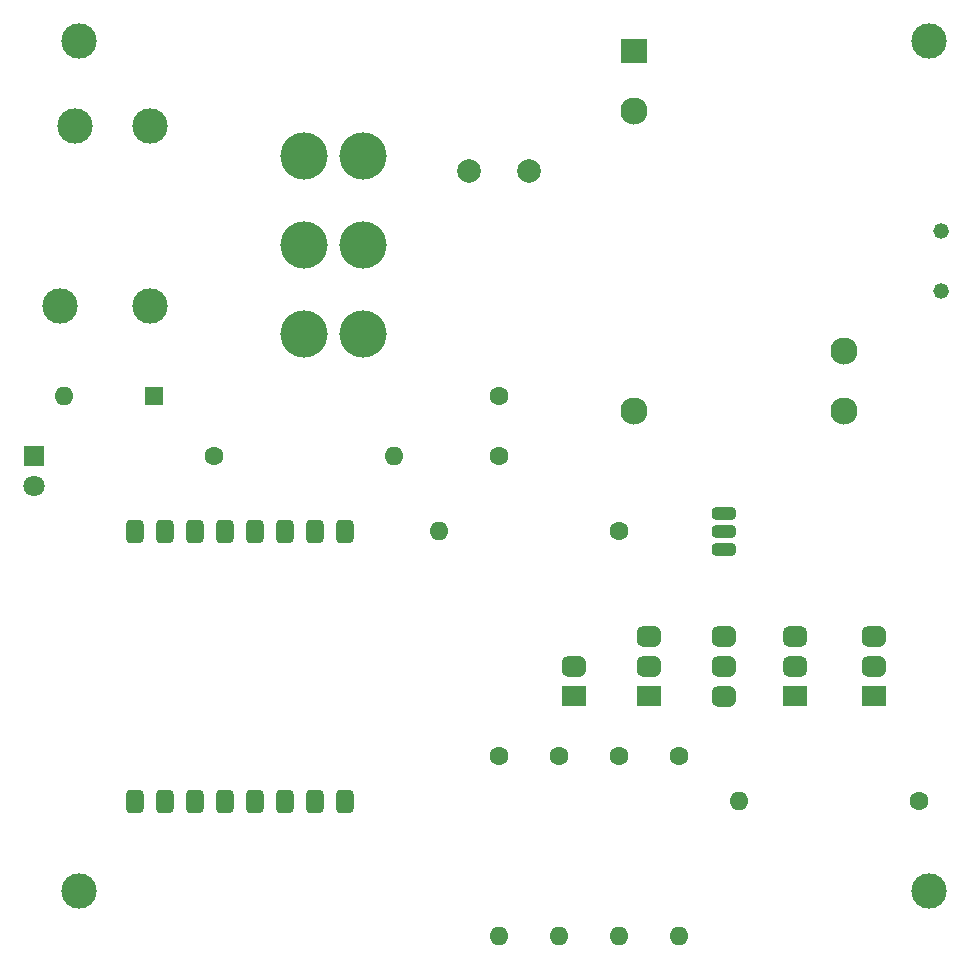
<source format=gbr>
%TF.GenerationSoftware,KiCad,Pcbnew,(5.1.10)-1*%
%TF.CreationDate,2021-10-13T21:22:00+02:00*%
%TF.ProjectId,HotTubControl,486f7454-7562-4436-9f6e-74726f6c2e6b,rev?*%
%TF.SameCoordinates,Original*%
%TF.FileFunction,Copper,L1,Top*%
%TF.FilePolarity,Positive*%
%FSLAX46Y46*%
G04 Gerber Fmt 4.6, Leading zero omitted, Abs format (unit mm)*
G04 Created by KiCad (PCBNEW (5.1.10)-1) date 2021-10-13 21:22:00*
%MOMM*%
%LPD*%
G01*
G04 APERTURE LIST*
%TA.AperFunction,ComponentPad*%
%ADD10O,1.600000X1.600000*%
%TD*%
%TA.AperFunction,ComponentPad*%
%ADD11C,1.600000*%
%TD*%
%TA.AperFunction,ComponentPad*%
%ADD12C,4.000000*%
%TD*%
%TA.AperFunction,ComponentPad*%
%ADD13C,3.000000*%
%TD*%
%TA.AperFunction,ComponentPad*%
%ADD14R,2.000000X1.700000*%
%TD*%
%TA.AperFunction,ComponentPad*%
%ADD15C,2.300000*%
%TD*%
%TA.AperFunction,ComponentPad*%
%ADD16R,2.300000X2.000000*%
%TD*%
%TA.AperFunction,ComponentPad*%
%ADD17C,2.000000*%
%TD*%
%TA.AperFunction,ComponentPad*%
%ADD18R,1.600000X1.600000*%
%TD*%
%TA.AperFunction,ComponentPad*%
%ADD19C,1.800000*%
%TD*%
%TA.AperFunction,ComponentPad*%
%ADD20R,1.800000X1.800000*%
%TD*%
%TA.AperFunction,ComponentPad*%
%ADD21C,1.320800*%
%TD*%
%TA.AperFunction,ViaPad*%
%ADD22C,3.000000*%
%TD*%
G04 APERTURE END LIST*
%TO.P,B1,JP2.8*%
%TO.N,+5V*%
%TA.AperFunction,ComponentPad*%
G36*
G01*
X69648000Y-129730000D02*
X70402000Y-129730000D01*
G75*
G02*
X70779000Y-130107000I0J-377000D01*
G01*
X70779000Y-131353000D01*
G75*
G02*
X70402000Y-131730000I-377000J0D01*
G01*
X69648000Y-131730000D01*
G75*
G02*
X69271000Y-131353000I0J377000D01*
G01*
X69271000Y-130107000D01*
G75*
G02*
X69648000Y-129730000I377000J0D01*
G01*
G37*
%TD.AperFunction*%
%TO.P,B1,JP1.8*%
%TO.N,+3V3*%
%TA.AperFunction,ComponentPad*%
G36*
G01*
X69648000Y-106870000D02*
X70402000Y-106870000D01*
G75*
G02*
X70779000Y-107247000I0J-377000D01*
G01*
X70779000Y-108493000D01*
G75*
G02*
X70402000Y-108870000I-377000J0D01*
G01*
X69648000Y-108870000D01*
G75*
G02*
X69271000Y-108493000I0J377000D01*
G01*
X69271000Y-107247000D01*
G75*
G02*
X69648000Y-106870000I377000J0D01*
G01*
G37*
%TD.AperFunction*%
%TO.P,B1,JP2.1*%
%TO.N,N/C*%
%TA.AperFunction,ComponentPad*%
G36*
G01*
X87428000Y-129730000D02*
X88182000Y-129730000D01*
G75*
G02*
X88559000Y-130107000I0J-377000D01*
G01*
X88559000Y-131353000D01*
G75*
G02*
X88182000Y-131730000I-377000J0D01*
G01*
X87428000Y-131730000D01*
G75*
G02*
X87051000Y-131353000I0J377000D01*
G01*
X87051000Y-130107000D01*
G75*
G02*
X87428000Y-129730000I377000J0D01*
G01*
G37*
%TD.AperFunction*%
%TO.P,B1,JP2.2*%
%TA.AperFunction,ComponentPad*%
G36*
G01*
X84888000Y-129730000D02*
X85642000Y-129730000D01*
G75*
G02*
X86019000Y-130107000I0J-377000D01*
G01*
X86019000Y-131353000D01*
G75*
G02*
X85642000Y-131730000I-377000J0D01*
G01*
X84888000Y-131730000D01*
G75*
G02*
X84511000Y-131353000I0J377000D01*
G01*
X84511000Y-130107000D01*
G75*
G02*
X84888000Y-129730000I377000J0D01*
G01*
G37*
%TD.AperFunction*%
%TO.P,B1,JP2.3*%
%TA.AperFunction,ComponentPad*%
G36*
G01*
X82348000Y-129730000D02*
X83102000Y-129730000D01*
G75*
G02*
X83479000Y-130107000I0J-377000D01*
G01*
X83479000Y-131353000D01*
G75*
G02*
X83102000Y-131730000I-377000J0D01*
G01*
X82348000Y-131730000D01*
G75*
G02*
X81971000Y-131353000I0J377000D01*
G01*
X81971000Y-130107000D01*
G75*
G02*
X82348000Y-129730000I377000J0D01*
G01*
G37*
%TD.AperFunction*%
%TO.P,B1,JP2.4*%
%TA.AperFunction,ComponentPad*%
G36*
G01*
X79808000Y-129730000D02*
X80562000Y-129730000D01*
G75*
G02*
X80939000Y-130107000I0J-377000D01*
G01*
X80939000Y-131353000D01*
G75*
G02*
X80562000Y-131730000I-377000J0D01*
G01*
X79808000Y-131730000D01*
G75*
G02*
X79431000Y-131353000I0J377000D01*
G01*
X79431000Y-130107000D01*
G75*
G02*
X79808000Y-129730000I377000J0D01*
G01*
G37*
%TD.AperFunction*%
%TO.P,B1,JP2.5*%
%TA.AperFunction,ComponentPad*%
G36*
G01*
X77268000Y-129730000D02*
X78022000Y-129730000D01*
G75*
G02*
X78399000Y-130107000I0J-377000D01*
G01*
X78399000Y-131353000D01*
G75*
G02*
X78022000Y-131730000I-377000J0D01*
G01*
X77268000Y-131730000D01*
G75*
G02*
X76891000Y-131353000I0J377000D01*
G01*
X76891000Y-130107000D01*
G75*
G02*
X77268000Y-129730000I377000J0D01*
G01*
G37*
%TD.AperFunction*%
%TO.P,B1,JP2.6*%
%TA.AperFunction,ComponentPad*%
G36*
G01*
X74728000Y-129730000D02*
X75482000Y-129730000D01*
G75*
G02*
X75859000Y-130107000I0J-377000D01*
G01*
X75859000Y-131353000D01*
G75*
G02*
X75482000Y-131730000I-377000J0D01*
G01*
X74728000Y-131730000D01*
G75*
G02*
X74351000Y-131353000I0J377000D01*
G01*
X74351000Y-130107000D01*
G75*
G02*
X74728000Y-129730000I377000J0D01*
G01*
G37*
%TD.AperFunction*%
%TO.P,B1,JP2.7*%
%TO.N,GND*%
%TA.AperFunction,ComponentPad*%
G36*
G01*
X72188000Y-129730000D02*
X72942000Y-129730000D01*
G75*
G02*
X73319000Y-130107000I0J-377000D01*
G01*
X73319000Y-131353000D01*
G75*
G02*
X72942000Y-131730000I-377000J0D01*
G01*
X72188000Y-131730000D01*
G75*
G02*
X71811000Y-131353000I0J377000D01*
G01*
X71811000Y-130107000D01*
G75*
G02*
X72188000Y-129730000I377000J0D01*
G01*
G37*
%TD.AperFunction*%
%TO.P,B1,JP1.1*%
%TO.N,N/C*%
%TA.AperFunction,ComponentPad*%
G36*
G01*
X87428000Y-106870000D02*
X88182000Y-106870000D01*
G75*
G02*
X88559000Y-107247000I0J-377000D01*
G01*
X88559000Y-108493000D01*
G75*
G02*
X88182000Y-108870000I-377000J0D01*
G01*
X87428000Y-108870000D01*
G75*
G02*
X87051000Y-108493000I0J377000D01*
G01*
X87051000Y-107247000D01*
G75*
G02*
X87428000Y-106870000I377000J0D01*
G01*
G37*
%TD.AperFunction*%
%TO.P,B1,JP1.2*%
%TA.AperFunction,ComponentPad*%
G36*
G01*
X84888000Y-106870000D02*
X85642000Y-106870000D01*
G75*
G02*
X86019000Y-107247000I0J-377000D01*
G01*
X86019000Y-108493000D01*
G75*
G02*
X85642000Y-108870000I-377000J0D01*
G01*
X84888000Y-108870000D01*
G75*
G02*
X84511000Y-108493000I0J377000D01*
G01*
X84511000Y-107247000D01*
G75*
G02*
X84888000Y-106870000I377000J0D01*
G01*
G37*
%TD.AperFunction*%
%TO.P,B1,JP1.3*%
%TA.AperFunction,ComponentPad*%
G36*
G01*
X82348000Y-106870000D02*
X83102000Y-106870000D01*
G75*
G02*
X83479000Y-107247000I0J-377000D01*
G01*
X83479000Y-108493000D01*
G75*
G02*
X83102000Y-108870000I-377000J0D01*
G01*
X82348000Y-108870000D01*
G75*
G02*
X81971000Y-108493000I0J377000D01*
G01*
X81971000Y-107247000D01*
G75*
G02*
X82348000Y-106870000I377000J0D01*
G01*
G37*
%TD.AperFunction*%
%TO.P,B1,JP1.4*%
%TO.N,Net-(B1-PadJP1.4)*%
%TA.AperFunction,ComponentPad*%
G36*
G01*
X79808000Y-106870000D02*
X80562000Y-106870000D01*
G75*
G02*
X80939000Y-107247000I0J-377000D01*
G01*
X80939000Y-108493000D01*
G75*
G02*
X80562000Y-108870000I-377000J0D01*
G01*
X79808000Y-108870000D01*
G75*
G02*
X79431000Y-108493000I0J377000D01*
G01*
X79431000Y-107247000D01*
G75*
G02*
X79808000Y-106870000I377000J0D01*
G01*
G37*
%TD.AperFunction*%
%TO.P,B1,JP1.5*%
%TO.N,Net-(B1-PadJP1.5)*%
%TA.AperFunction,ComponentPad*%
G36*
G01*
X77268000Y-106870000D02*
X78022000Y-106870000D01*
G75*
G02*
X78399000Y-107247000I0J-377000D01*
G01*
X78399000Y-108493000D01*
G75*
G02*
X78022000Y-108870000I-377000J0D01*
G01*
X77268000Y-108870000D01*
G75*
G02*
X76891000Y-108493000I0J377000D01*
G01*
X76891000Y-107247000D01*
G75*
G02*
X77268000Y-106870000I377000J0D01*
G01*
G37*
%TD.AperFunction*%
%TO.P,B1,JP1.6*%
%TO.N,Net-(B1-PadJP1.6)*%
%TA.AperFunction,ComponentPad*%
G36*
G01*
X74728000Y-106870000D02*
X75482000Y-106870000D01*
G75*
G02*
X75859000Y-107247000I0J-377000D01*
G01*
X75859000Y-108493000D01*
G75*
G02*
X75482000Y-108870000I-377000J0D01*
G01*
X74728000Y-108870000D01*
G75*
G02*
X74351000Y-108493000I0J377000D01*
G01*
X74351000Y-107247000D01*
G75*
G02*
X74728000Y-106870000I377000J0D01*
G01*
G37*
%TD.AperFunction*%
%TO.P,B1,JP1.7*%
%TO.N,N/C*%
%TA.AperFunction,ComponentPad*%
G36*
G01*
X72188000Y-106870000D02*
X72942000Y-106870000D01*
G75*
G02*
X73319000Y-107247000I0J-377000D01*
G01*
X73319000Y-108493000D01*
G75*
G02*
X72942000Y-108870000I-377000J0D01*
G01*
X72188000Y-108870000D01*
G75*
G02*
X71811000Y-108493000I0J377000D01*
G01*
X71811000Y-107247000D01*
G75*
G02*
X72188000Y-106870000I377000J0D01*
G01*
G37*
%TD.AperFunction*%
%TD*%
D10*
%TO.P,R7,2*%
%TO.N,+3V3*%
X105920000Y-142160000D03*
D11*
%TO.P,R7,1*%
%TO.N,Net-(Q2-Pad1)*%
X105920000Y-126920000D03*
%TD*%
D10*
%TO.P,R3,2*%
%TO.N,+3V3*%
X116080000Y-142160000D03*
D11*
%TO.P,R3,1*%
%TO.N,Net-(B1-PadJP1.4)*%
X116080000Y-126920000D03*
%TD*%
D10*
%TO.P,R6,2*%
%TO.N,+5V*%
X100840000Y-142160000D03*
D11*
%TO.P,R6,1*%
%TO.N,Net-(JP2-Pad3)*%
X100840000Y-126920000D03*
%TD*%
D10*
%TO.P,R5,2*%
%TO.N,+3V3*%
X111000000Y-142160000D03*
D11*
%TO.P,R5,1*%
%TO.N,Net-(JP1-Pad3)*%
X111000000Y-126920000D03*
%TD*%
D12*
%TO.P,J6,3*%
%TO.N,Net-(J6-Pad3)*%
X89330000Y-91120000D03*
%TO.P,J6,2*%
%TO.N,Net-(J6-Pad2)*%
X89330000Y-83620000D03*
%TO.P,J6,1*%
%TO.N,Net-(F1-Pad2)*%
X89330000Y-76120000D03*
%TO.P,J6,3*%
%TO.N,Net-(J6-Pad3)*%
X84330000Y-91120000D03*
%TO.P,J6,2*%
%TO.N,Net-(J6-Pad2)*%
X84330000Y-83620000D03*
%TO.P,J6,1*%
%TO.N,Net-(F1-Pad2)*%
X84330000Y-76120000D03*
%TD*%
D13*
%TO.P,K1,4*%
%TO.N,Net-(D1-Pad1)*%
X63660000Y-88820000D03*
%TO.P,K1,3*%
%TO.N,Net-(F1-Pad2)*%
X64930000Y-73580000D03*
%TO.P,K1,2*%
%TO.N,Net-(J6-Pad2)*%
X71280000Y-73580000D03*
%TO.P,K1,1*%
%TO.N,+5V*%
X71280000Y-88820000D03*
%TD*%
%TO.P,Q1,1*%
%TO.N,Net-(D1-Pad1)*%
%TA.AperFunction,ComponentPad*%
G36*
G01*
X119152500Y-105821000D02*
X120627500Y-105821000D01*
G75*
G02*
X120890000Y-106083500I0J-262500D01*
G01*
X120890000Y-106608500D01*
G75*
G02*
X120627500Y-106871000I-262500J0D01*
G01*
X119152500Y-106871000D01*
G75*
G02*
X118890000Y-106608500I0J262500D01*
G01*
X118890000Y-106083500D01*
G75*
G02*
X119152500Y-105821000I262500J0D01*
G01*
G37*
%TD.AperFunction*%
%TO.P,Q1,3*%
%TO.N,GND*%
%TA.AperFunction,ComponentPad*%
G36*
G01*
X119152500Y-108869000D02*
X120627500Y-108869000D01*
G75*
G02*
X120890000Y-109131500I0J-262500D01*
G01*
X120890000Y-109656500D01*
G75*
G02*
X120627500Y-109919000I-262500J0D01*
G01*
X119152500Y-109919000D01*
G75*
G02*
X118890000Y-109656500I0J262500D01*
G01*
X118890000Y-109131500D01*
G75*
G02*
X119152500Y-108869000I262500J0D01*
G01*
G37*
%TD.AperFunction*%
%TO.P,Q1,2*%
%TO.N,Net-(Q1-Pad2)*%
%TA.AperFunction,ComponentPad*%
G36*
G01*
X119152500Y-107345000D02*
X120627500Y-107345000D01*
G75*
G02*
X120890000Y-107607500I0J-262500D01*
G01*
X120890000Y-108132500D01*
G75*
G02*
X120627500Y-108395000I-262500J0D01*
G01*
X119152500Y-108395000D01*
G75*
G02*
X118890000Y-108132500I0J262500D01*
G01*
X118890000Y-107607500D01*
G75*
G02*
X119152500Y-107345000I262500J0D01*
G01*
G37*
%TD.AperFunction*%
%TD*%
%TO.P,J5,2*%
%TO.N,GND*%
%TA.AperFunction,ComponentPad*%
G36*
G01*
X108190000Y-118875000D02*
X108190000Y-119725000D01*
G75*
G02*
X107765000Y-120150000I-425000J0D01*
G01*
X106615000Y-120150000D01*
G75*
G02*
X106190000Y-119725000I0J425000D01*
G01*
X106190000Y-118875000D01*
G75*
G02*
X106615000Y-118450000I425000J0D01*
G01*
X107765000Y-118450000D01*
G75*
G02*
X108190000Y-118875000I0J-425000D01*
G01*
G37*
%TD.AperFunction*%
D14*
%TO.P,J5,1*%
%TO.N,Net-(B1-PadJP1.4)*%
X107190000Y-121840000D03*
%TD*%
%TO.P,J4,3*%
%TO.N,GND*%
%TA.AperFunction,ComponentPad*%
G36*
G01*
X114540000Y-116335000D02*
X114540000Y-117185000D01*
G75*
G02*
X114115000Y-117610000I-425000J0D01*
G01*
X112965000Y-117610000D01*
G75*
G02*
X112540000Y-117185000I0J425000D01*
G01*
X112540000Y-116335000D01*
G75*
G02*
X112965000Y-115910000I425000J0D01*
G01*
X114115000Y-115910000D01*
G75*
G02*
X114540000Y-116335000I0J-425000D01*
G01*
G37*
%TD.AperFunction*%
%TO.P,J4,2*%
%TO.N,Net-(J1-Pad2)*%
%TA.AperFunction,ComponentPad*%
G36*
G01*
X114540000Y-118875000D02*
X114540000Y-119725000D01*
G75*
G02*
X114115000Y-120150000I-425000J0D01*
G01*
X112965000Y-120150000D01*
G75*
G02*
X112540000Y-119725000I0J425000D01*
G01*
X112540000Y-118875000D01*
G75*
G02*
X112965000Y-118450000I425000J0D01*
G01*
X114115000Y-118450000D01*
G75*
G02*
X114540000Y-118875000I0J-425000D01*
G01*
G37*
%TD.AperFunction*%
%TO.P,J4,1*%
%TO.N,Net-(J1-Pad1)*%
X113540000Y-121840000D03*
%TD*%
%TO.P,J3,3*%
%TO.N,GND*%
%TA.AperFunction,ComponentPad*%
G36*
G01*
X120890000Y-116335000D02*
X120890000Y-117185000D01*
G75*
G02*
X120465000Y-117610000I-425000J0D01*
G01*
X119315000Y-117610000D01*
G75*
G02*
X118890000Y-117185000I0J425000D01*
G01*
X118890000Y-116335000D01*
G75*
G02*
X119315000Y-115910000I425000J0D01*
G01*
X120465000Y-115910000D01*
G75*
G02*
X120890000Y-116335000I0J-425000D01*
G01*
G37*
%TD.AperFunction*%
%TO.P,J3,2*%
%TO.N,Net-(J1-Pad2)*%
%TA.AperFunction,ComponentPad*%
G36*
G01*
X120890000Y-118875000D02*
X120890000Y-119725000D01*
G75*
G02*
X120465000Y-120150000I-425000J0D01*
G01*
X119315000Y-120150000D01*
G75*
G02*
X118890000Y-119725000I0J425000D01*
G01*
X118890000Y-118875000D01*
G75*
G02*
X119315000Y-118450000I425000J0D01*
G01*
X120465000Y-118450000D01*
G75*
G02*
X120890000Y-118875000I0J-425000D01*
G01*
G37*
%TD.AperFunction*%
%TO.P,J3,1*%
%TO.N,Net-(J1-Pad1)*%
%TA.AperFunction,ComponentPad*%
G36*
G01*
X120890000Y-121415000D02*
X120890000Y-122265000D01*
G75*
G02*
X120465000Y-122690000I-425000J0D01*
G01*
X119315000Y-122690000D01*
G75*
G02*
X118890000Y-122265000I0J425000D01*
G01*
X118890000Y-121415000D01*
G75*
G02*
X119315000Y-120990000I425000J0D01*
G01*
X120465000Y-120990000D01*
G75*
G02*
X120890000Y-121415000I0J-425000D01*
G01*
G37*
%TD.AperFunction*%
%TD*%
%TO.P,J1,3*%
%TO.N,GND*%
%TA.AperFunction,ComponentPad*%
G36*
G01*
X126920999Y-116335000D02*
X126920999Y-117185000D01*
G75*
G02*
X126495999Y-117610000I-425000J0D01*
G01*
X125345999Y-117610000D01*
G75*
G02*
X124920999Y-117185000I0J425000D01*
G01*
X124920999Y-116335000D01*
G75*
G02*
X125345999Y-115910000I425000J0D01*
G01*
X126495999Y-115910000D01*
G75*
G02*
X126920999Y-116335000I0J-425000D01*
G01*
G37*
%TD.AperFunction*%
%TO.P,J1,2*%
%TO.N,Net-(J1-Pad2)*%
%TA.AperFunction,ComponentPad*%
G36*
G01*
X126920999Y-118875000D02*
X126920999Y-119725000D01*
G75*
G02*
X126495999Y-120150000I-425000J0D01*
G01*
X125345999Y-120150000D01*
G75*
G02*
X124920999Y-119725000I0J425000D01*
G01*
X124920999Y-118875000D01*
G75*
G02*
X125345999Y-118450000I425000J0D01*
G01*
X126495999Y-118450000D01*
G75*
G02*
X126920999Y-118875000I0J-425000D01*
G01*
G37*
%TD.AperFunction*%
%TO.P,J1,1*%
%TO.N,Net-(J1-Pad1)*%
X125920999Y-121840000D03*
%TD*%
%TO.P,J2,3*%
%TO.N,GND*%
%TA.AperFunction,ComponentPad*%
G36*
G01*
X133590000Y-116335000D02*
X133590000Y-117185000D01*
G75*
G02*
X133165000Y-117610000I-425000J0D01*
G01*
X132015000Y-117610000D01*
G75*
G02*
X131590000Y-117185000I0J425000D01*
G01*
X131590000Y-116335000D01*
G75*
G02*
X132015000Y-115910000I425000J0D01*
G01*
X133165000Y-115910000D01*
G75*
G02*
X133590000Y-116335000I0J-425000D01*
G01*
G37*
%TD.AperFunction*%
%TO.P,J2,2*%
%TO.N,Net-(J1-Pad2)*%
%TA.AperFunction,ComponentPad*%
G36*
G01*
X133590000Y-118875000D02*
X133590000Y-119725000D01*
G75*
G02*
X133165000Y-120150000I-425000J0D01*
G01*
X132015000Y-120150000D01*
G75*
G02*
X131590000Y-119725000I0J425000D01*
G01*
X131590000Y-118875000D01*
G75*
G02*
X132015000Y-118450000I425000J0D01*
G01*
X133165000Y-118450000D01*
G75*
G02*
X133590000Y-118875000I0J-425000D01*
G01*
G37*
%TD.AperFunction*%
%TO.P,J2,1*%
%TO.N,Net-(J1-Pad1)*%
X132590000Y-121840000D03*
%TD*%
D11*
%TO.P,C2,2*%
%TO.N,GND*%
X100840000Y-101440000D03*
%TO.P,C2,1*%
%TO.N,+5V*%
X100840000Y-96440000D03*
%TD*%
D10*
%TO.P,R4,2*%
%TO.N,Net-(JP3-Pad1)*%
X121160000Y-130730000D03*
D11*
%TO.P,R4,1*%
%TO.N,Net-(J1-Pad2)*%
X136400000Y-130730000D03*
%TD*%
D10*
%TO.P,R2,2*%
%TO.N,+5V*%
X91950000Y-101520000D03*
D11*
%TO.P,R2,1*%
%TO.N,Net-(D1-Pad2)*%
X76710000Y-101520000D03*
%TD*%
D10*
%TO.P,R1,2*%
%TO.N,Net-(B1-PadJP1.5)*%
X95760000Y-107870000D03*
D11*
%TO.P,R1,1*%
%TO.N,Net-(Q1-Pad2)*%
X111000000Y-107870000D03*
%TD*%
D15*
%TO.P,PS1,16*%
%TO.N,+5V*%
X130060000Y-92630000D03*
%TO.P,PS1,14*%
%TO.N,GND*%
X130060000Y-97710000D03*
%TO.P,PS1,3*%
%TO.N,Net-(F1-Pad1)*%
X112280000Y-72310000D03*
D16*
%TO.P,PS1,1*%
%TO.N,Net-(J6-Pad3)*%
X112280000Y-67230000D03*
D15*
%TO.P,PS1,5*%
%TO.N,N/C*%
X112280000Y-97710000D03*
%TD*%
D17*
%TO.P,F1,2*%
%TO.N,Net-(F1-Pad2)*%
X98300000Y-77380000D03*
%TO.P,F1,1*%
%TO.N,Net-(F1-Pad1)*%
X103380000Y-77390000D03*
%TD*%
D10*
%TO.P,D2,2*%
%TO.N,Net-(D1-Pad1)*%
X64010000Y-96440000D03*
D18*
%TO.P,D2,1*%
%TO.N,+5V*%
X71630000Y-96440000D03*
%TD*%
D19*
%TO.P,D1,2*%
%TO.N,Net-(D1-Pad2)*%
X61470000Y-104060000D03*
D20*
%TO.P,D1,1*%
%TO.N,Net-(D1-Pad1)*%
X61470000Y-101520000D03*
%TD*%
D21*
%TO.P,C1,2*%
%TO.N,GND*%
X138280000Y-87550000D03*
%TO.P,C1,1*%
%TO.N,+5V*%
X138280000Y-82470000D03*
%TD*%
D22*
%TO.N,*%
X65280000Y-138350000D03*
X137280000Y-138350000D03*
X137280000Y-66350000D03*
X65280000Y-66350000D03*
%TD*%
M02*

</source>
